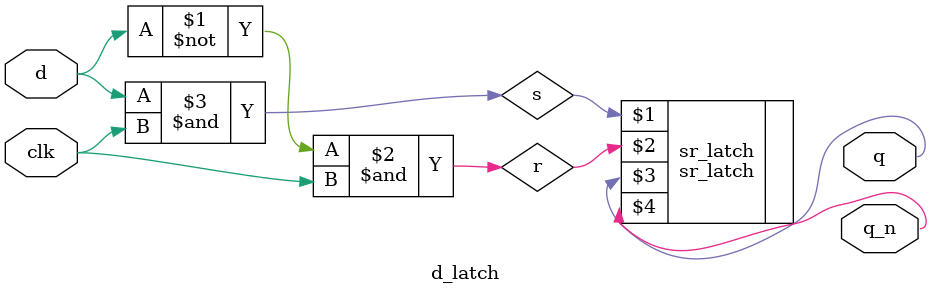
<source format=v>

module d_latch
(
    input   clk,
    input   d,
    output  q,
    output  q_n
);
    wire r = ~d & clk;
    wire s = d & clk;

    sr_latch sr_latch (s, r, q, q_n);

endmodule

</source>
